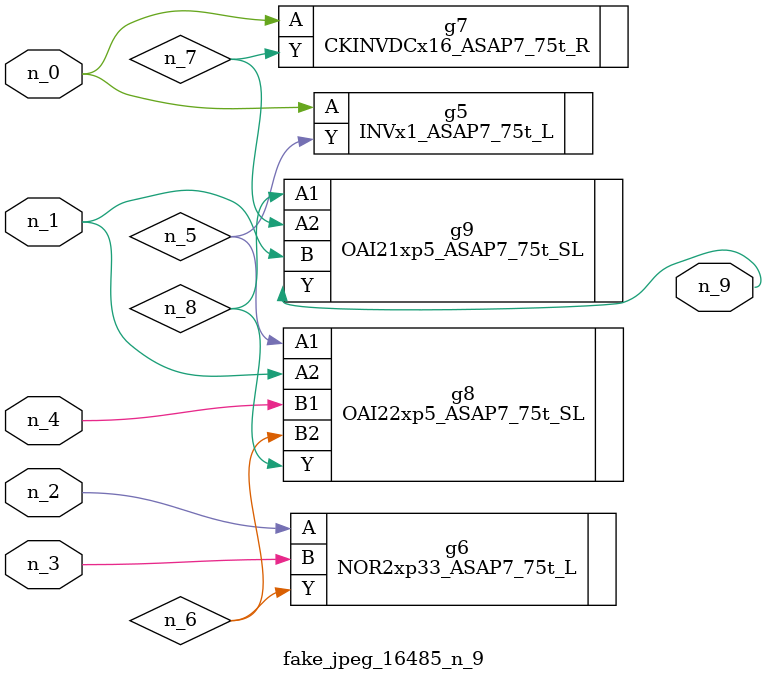
<source format=v>
module fake_jpeg_16485_n_9 (n_3, n_2, n_1, n_0, n_4, n_9);

input n_3;
input n_2;
input n_1;
input n_0;
input n_4;

output n_9;

wire n_8;
wire n_6;
wire n_5;
wire n_7;

INVx1_ASAP7_75t_L g5 ( 
.A(n_0),
.Y(n_5)
);

NOR2xp33_ASAP7_75t_L g6 ( 
.A(n_2),
.B(n_3),
.Y(n_6)
);

CKINVDCx16_ASAP7_75t_R g7 ( 
.A(n_0),
.Y(n_7)
);

OAI22xp5_ASAP7_75t_SL g8 ( 
.A1(n_5),
.A2(n_1),
.B1(n_4),
.B2(n_6),
.Y(n_8)
);

OAI21xp5_ASAP7_75t_SL g9 ( 
.A1(n_8),
.A2(n_7),
.B(n_1),
.Y(n_9)
);


endmodule
</source>
